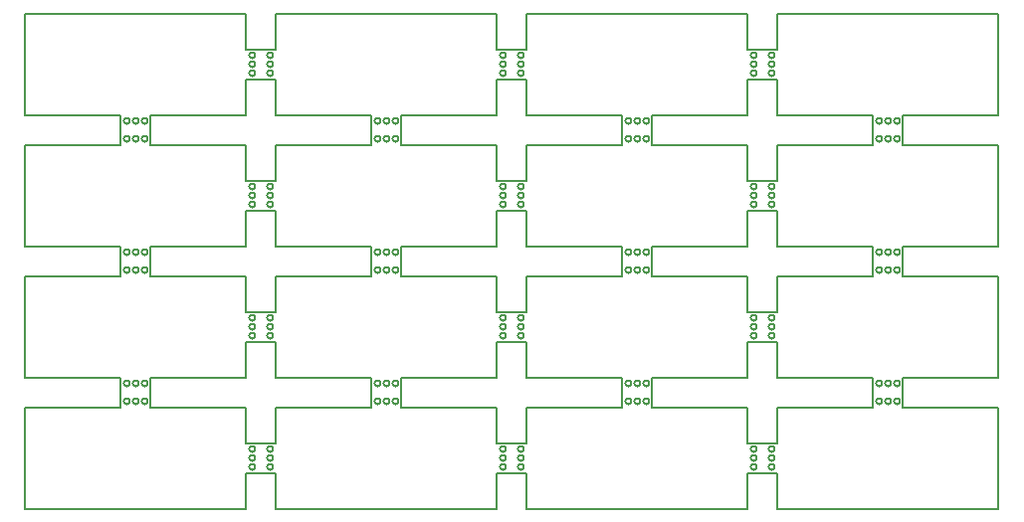
<source format=gm1>
G04 #@! TF.FileFunction,Profile,NP*
%FSLAX46Y46*%
G04 Gerber Fmt 4.6, Leading zero omitted, Abs format (unit mm)*
G04 Created by KiCad (PCBNEW 4.0.5+dfsg1-4) date Wed Oct 11 12:15:40 2017*
%MOMM*%
%LPD*%
G01*
G04 APERTURE LIST*
%ADD10C,0.100000*%
%ADD11C,0.150000*%
G04 APERTURE END LIST*
D10*
D11*
X196977000Y-78740000D02*
X196977000Y-87376000D01*
X196977000Y-89916000D02*
X196977000Y-98552000D01*
X196977000Y-101092000D02*
X196977000Y-109728000D01*
X196977000Y-112268000D02*
X196977000Y-120904000D01*
X132969000Y-120904000D02*
X114173000Y-120904000D01*
X154305000Y-120904000D02*
X135509000Y-120904000D01*
X175641000Y-120904000D02*
X156845000Y-120904000D01*
X196977000Y-120904000D02*
X178181000Y-120904000D01*
X114173000Y-112268000D02*
X114173000Y-120904000D01*
X114173000Y-101092000D02*
X114173000Y-109728000D01*
X114173000Y-89916000D02*
X114173000Y-98552000D01*
X114173000Y-78740000D02*
X114173000Y-87376000D01*
X132969000Y-81788000D02*
X135509000Y-81788000D01*
X133731000Y-82296000D02*
G75*
G03X133731000Y-82296000I-254000J0D01*
G01*
X135255000Y-83058000D02*
G75*
G03X135255000Y-83058000I-254000J0D01*
G01*
X133731000Y-83058000D02*
G75*
G03X133731000Y-83058000I-254000J0D01*
G01*
X132969000Y-81788000D02*
X132969000Y-78740000D01*
X154305000Y-81788000D02*
X154305000Y-78740000D01*
X154305000Y-87376000D02*
X154305000Y-84328000D01*
X146177000Y-87376000D02*
X146177000Y-89916000D01*
X143637000Y-87376000D02*
X143637000Y-89916000D01*
X154305000Y-87376000D02*
X146177000Y-87376000D01*
X156591000Y-82296000D02*
G75*
G03X156591000Y-82296000I-254000J0D01*
G01*
X156591000Y-83058000D02*
G75*
G03X156591000Y-83058000I-254000J0D01*
G01*
X155067000Y-83820000D02*
G75*
G03X155067000Y-83820000I-254000J0D01*
G01*
X154305000Y-84328000D02*
X156845000Y-84328000D01*
X156591000Y-83820000D02*
G75*
G03X156591000Y-83820000I-254000J0D01*
G01*
X155067000Y-83058000D02*
G75*
G03X155067000Y-83058000I-254000J0D01*
G01*
X155067000Y-82296000D02*
G75*
G03X155067000Y-82296000I-254000J0D01*
G01*
X154305000Y-81788000D02*
X156845000Y-81788000D01*
X135509000Y-81788000D02*
X135509000Y-78740000D01*
X135255000Y-82296000D02*
G75*
G03X135255000Y-82296000I-254000J0D01*
G01*
X154305000Y-78740000D02*
X135509000Y-78740000D01*
X156845000Y-87376000D02*
X156845000Y-84328000D01*
X164973000Y-87376000D02*
X156845000Y-87376000D01*
X165735000Y-87884000D02*
G75*
G03X165735000Y-87884000I-254000J0D01*
G01*
X165735000Y-89408000D02*
G75*
G03X165735000Y-89408000I-254000J0D01*
G01*
X164973000Y-87376000D02*
X164973000Y-89916000D01*
X175641000Y-78740000D02*
X156845000Y-78740000D01*
X156845000Y-81788000D02*
X156845000Y-78740000D01*
X175641000Y-87376000D02*
X175641000Y-84328000D01*
X175641000Y-81788000D02*
X178181000Y-81788000D01*
X175641000Y-81788000D02*
X175641000Y-78740000D01*
X175641000Y-87376000D02*
X167513000Y-87376000D01*
X178181000Y-87376000D02*
X178181000Y-84328000D01*
X178181000Y-81788000D02*
X178181000Y-78740000D01*
X177927000Y-83820000D02*
G75*
G03X177927000Y-83820000I-254000J0D01*
G01*
X176403000Y-83058000D02*
G75*
G03X176403000Y-83058000I-254000J0D01*
G01*
X177927000Y-83058000D02*
G75*
G03X177927000Y-83058000I-254000J0D01*
G01*
X176403000Y-83820000D02*
G75*
G03X176403000Y-83820000I-254000J0D01*
G01*
X175641000Y-84328000D02*
X178181000Y-84328000D01*
X177927000Y-82296000D02*
G75*
G03X177927000Y-82296000I-254000J0D01*
G01*
X176403000Y-82296000D02*
G75*
G03X176403000Y-82296000I-254000J0D01*
G01*
X167259000Y-89408000D02*
G75*
G03X167259000Y-89408000I-254000J0D01*
G01*
X166497000Y-89408000D02*
G75*
G03X166497000Y-89408000I-254000J0D01*
G01*
X167259000Y-87884000D02*
G75*
G03X167259000Y-87884000I-254000J0D01*
G01*
X166497000Y-87884000D02*
G75*
G03X166497000Y-87884000I-254000J0D01*
G01*
X167513000Y-87376000D02*
X167513000Y-89916000D01*
X196977000Y-87376000D02*
X188849000Y-87376000D01*
X196977000Y-98552000D02*
X188849000Y-98552000D01*
X196977000Y-89916000D02*
X188849000Y-89916000D01*
X188595000Y-87884000D02*
G75*
G03X188595000Y-87884000I-254000J0D01*
G01*
X188595000Y-89408000D02*
G75*
G03X188595000Y-89408000I-254000J0D01*
G01*
X187833000Y-87884000D02*
G75*
G03X187833000Y-87884000I-254000J0D01*
G01*
X187833000Y-89408000D02*
G75*
G03X187833000Y-89408000I-254000J0D01*
G01*
X145161000Y-89408000D02*
G75*
G03X145161000Y-89408000I-254000J0D01*
G01*
X145923000Y-89408000D02*
G75*
G03X145923000Y-89408000I-254000J0D01*
G01*
X145923000Y-87884000D02*
G75*
G03X145923000Y-87884000I-254000J0D01*
G01*
X144399000Y-89408000D02*
G75*
G03X144399000Y-89408000I-254000J0D01*
G01*
X145161000Y-87884000D02*
G75*
G03X145161000Y-87884000I-254000J0D01*
G01*
X144399000Y-87884000D02*
G75*
G03X144399000Y-87884000I-254000J0D01*
G01*
X154305000Y-98552000D02*
X154305000Y-95504000D01*
X154305000Y-89916000D02*
X146177000Y-89916000D01*
X154305000Y-98552000D02*
X146177000Y-98552000D01*
X154305000Y-92964000D02*
X154305000Y-89916000D01*
X143637000Y-89916000D02*
X135509000Y-89916000D01*
X135509000Y-92964000D02*
X135509000Y-89916000D01*
X143637000Y-98552000D02*
X135509000Y-98552000D01*
X135509000Y-98552000D02*
X135509000Y-95504000D01*
X156591000Y-93472000D02*
G75*
G03X156591000Y-93472000I-254000J0D01*
G01*
X154305000Y-92964000D02*
X156845000Y-92964000D01*
X155067000Y-93472000D02*
G75*
G03X155067000Y-93472000I-254000J0D01*
G01*
X156591000Y-94234000D02*
G75*
G03X156591000Y-94234000I-254000J0D01*
G01*
X156591000Y-94996000D02*
G75*
G03X156591000Y-94996000I-254000J0D01*
G01*
X154305000Y-95504000D02*
X156845000Y-95504000D01*
X155067000Y-94996000D02*
G75*
G03X155067000Y-94996000I-254000J0D01*
G01*
X155067000Y-94234000D02*
G75*
G03X155067000Y-94234000I-254000J0D01*
G01*
X133731000Y-93472000D02*
G75*
G03X133731000Y-93472000I-254000J0D01*
G01*
X135255000Y-93472000D02*
G75*
G03X135255000Y-93472000I-254000J0D01*
G01*
X133731000Y-94234000D02*
G75*
G03X133731000Y-94234000I-254000J0D01*
G01*
X132969000Y-92964000D02*
X135509000Y-92964000D01*
X135255000Y-94234000D02*
G75*
G03X135255000Y-94234000I-254000J0D01*
G01*
X135255000Y-94996000D02*
G75*
G03X135255000Y-94996000I-254000J0D01*
G01*
X132969000Y-95504000D02*
X135509000Y-95504000D01*
X133731000Y-94996000D02*
G75*
G03X133731000Y-94996000I-254000J0D01*
G01*
X132969000Y-87376000D02*
X124841000Y-87376000D01*
X132969000Y-98552000D02*
X124841000Y-98552000D01*
X132969000Y-98552000D02*
X132969000Y-95504000D01*
X132969000Y-92964000D02*
X132969000Y-89916000D01*
X132969000Y-89916000D02*
X124841000Y-89916000D01*
X164973000Y-98552000D02*
X156845000Y-98552000D01*
X164973000Y-89916000D02*
X156845000Y-89916000D01*
X156845000Y-98552000D02*
X156845000Y-95504000D01*
X156845000Y-92964000D02*
X156845000Y-89916000D01*
X133731000Y-83820000D02*
G75*
G03X133731000Y-83820000I-254000J0D01*
G01*
X132969000Y-84328000D02*
X135509000Y-84328000D01*
X135509000Y-87376000D02*
X135509000Y-84328000D01*
X143637000Y-87376000D02*
X135509000Y-87376000D01*
X132969000Y-87376000D02*
X132969000Y-84328000D01*
X135255000Y-83820000D02*
G75*
G03X135255000Y-83820000I-254000J0D01*
G01*
X196977000Y-78740000D02*
X178181000Y-78740000D01*
X123825000Y-89408000D02*
G75*
G03X123825000Y-89408000I-254000J0D01*
G01*
X123063000Y-89408000D02*
G75*
G03X123063000Y-89408000I-254000J0D01*
G01*
X124587000Y-89408000D02*
G75*
G03X124587000Y-89408000I-254000J0D01*
G01*
X123063000Y-87884000D02*
G75*
G03X123063000Y-87884000I-254000J0D01*
G01*
X124587000Y-87884000D02*
G75*
G03X124587000Y-87884000I-254000J0D01*
G01*
X123825000Y-87884000D02*
G75*
G03X123825000Y-87884000I-254000J0D01*
G01*
X124841000Y-87376000D02*
X124841000Y-89916000D01*
X122301000Y-87376000D02*
X122301000Y-89916000D01*
X132969000Y-78740000D02*
X114173000Y-78740000D01*
X122301000Y-87376000D02*
X114173000Y-87376000D01*
X122301000Y-98552000D02*
X114173000Y-98552000D01*
X122301000Y-89916000D02*
X114173000Y-89916000D01*
X178181000Y-98552000D02*
X178181000Y-95504000D01*
X175641000Y-98552000D02*
X175641000Y-95504000D01*
X175641000Y-98552000D02*
X167513000Y-98552000D01*
X175641000Y-89916000D02*
X167513000Y-89916000D01*
X176403000Y-94996000D02*
G75*
G03X176403000Y-94996000I-254000J0D01*
G01*
X176403000Y-93472000D02*
G75*
G03X176403000Y-93472000I-254000J0D01*
G01*
X176403000Y-94234000D02*
G75*
G03X176403000Y-94234000I-254000J0D01*
G01*
X186309000Y-87376000D02*
X186309000Y-89916000D01*
X187071000Y-89408000D02*
G75*
G03X187071000Y-89408000I-254000J0D01*
G01*
X188849000Y-87376000D02*
X188849000Y-89916000D01*
X187071000Y-87884000D02*
G75*
G03X187071000Y-87884000I-254000J0D01*
G01*
X186309000Y-87376000D02*
X178181000Y-87376000D01*
X186309000Y-89916000D02*
X178181000Y-89916000D01*
X186309000Y-98552000D02*
X178181000Y-98552000D01*
X177927000Y-94996000D02*
G75*
G03X177927000Y-94996000I-254000J0D01*
G01*
X177927000Y-94234000D02*
G75*
G03X177927000Y-94234000I-254000J0D01*
G01*
X175641000Y-92964000D02*
X175641000Y-89916000D01*
X178181000Y-92964000D02*
X178181000Y-89916000D01*
X175641000Y-92964000D02*
X178181000Y-92964000D01*
X177927000Y-93472000D02*
G75*
G03X177927000Y-93472000I-254000J0D01*
G01*
X175641000Y-95504000D02*
X178181000Y-95504000D01*
X123825000Y-100584000D02*
G75*
G03X123825000Y-100584000I-254000J0D01*
G01*
X123063000Y-100584000D02*
G75*
G03X123063000Y-100584000I-254000J0D01*
G01*
X123825000Y-99060000D02*
G75*
G03X123825000Y-99060000I-254000J0D01*
G01*
X123063000Y-99060000D02*
G75*
G03X123063000Y-99060000I-254000J0D01*
G01*
X124587000Y-99060000D02*
G75*
G03X124587000Y-99060000I-254000J0D01*
G01*
X124587000Y-100584000D02*
G75*
G03X124587000Y-100584000I-254000J0D01*
G01*
X132969000Y-101092000D02*
X124841000Y-101092000D01*
X132969000Y-109728000D02*
X124841000Y-109728000D01*
X135255000Y-106172000D02*
G75*
G03X135255000Y-106172000I-254000J0D01*
G01*
X132969000Y-109728000D02*
X132969000Y-106680000D01*
X135509000Y-109728000D02*
X135509000Y-106680000D01*
X132969000Y-106680000D02*
X135509000Y-106680000D01*
X133731000Y-106172000D02*
G75*
G03X133731000Y-106172000I-254000J0D01*
G01*
X133731000Y-104648000D02*
G75*
G03X133731000Y-104648000I-254000J0D01*
G01*
X133731000Y-105410000D02*
G75*
G03X133731000Y-105410000I-254000J0D01*
G01*
X135255000Y-105410000D02*
G75*
G03X135255000Y-105410000I-254000J0D01*
G01*
X135255000Y-104648000D02*
G75*
G03X135255000Y-104648000I-254000J0D01*
G01*
X135509000Y-104140000D02*
X135509000Y-101092000D01*
X132969000Y-104140000D02*
X135509000Y-104140000D01*
X132969000Y-104140000D02*
X132969000Y-101092000D01*
X122301000Y-101092000D02*
X114173000Y-101092000D01*
X122301000Y-109728000D02*
X114173000Y-109728000D01*
X122301000Y-98552000D02*
X122301000Y-101092000D01*
X124841000Y-98552000D02*
X124841000Y-101092000D01*
X166497000Y-99060000D02*
G75*
G03X166497000Y-99060000I-254000J0D01*
G01*
X166497000Y-100584000D02*
G75*
G03X166497000Y-100584000I-254000J0D01*
G01*
X167259000Y-99060000D02*
G75*
G03X167259000Y-99060000I-254000J0D01*
G01*
X165735000Y-100584000D02*
G75*
G03X165735000Y-100584000I-254000J0D01*
G01*
X165735000Y-99060000D02*
G75*
G03X165735000Y-99060000I-254000J0D01*
G01*
X167259000Y-100584000D02*
G75*
G03X167259000Y-100584000I-254000J0D01*
G01*
X156845000Y-104140000D02*
X156845000Y-101092000D01*
X164973000Y-109728000D02*
X156845000Y-109728000D01*
X164973000Y-101092000D02*
X156845000Y-101092000D01*
X156845000Y-109728000D02*
X156845000Y-106680000D01*
X154305000Y-109728000D02*
X146177000Y-109728000D01*
X154305000Y-104140000D02*
X154305000Y-101092000D01*
X154305000Y-109728000D02*
X154305000Y-106680000D01*
X145923000Y-100584000D02*
G75*
G03X145923000Y-100584000I-254000J0D01*
G01*
X154305000Y-101092000D02*
X146177000Y-101092000D01*
X143637000Y-109728000D02*
X135509000Y-109728000D01*
X145161000Y-100584000D02*
G75*
G03X145161000Y-100584000I-254000J0D01*
G01*
X145161000Y-99060000D02*
G75*
G03X145161000Y-99060000I-254000J0D01*
G01*
X144399000Y-99060000D02*
G75*
G03X144399000Y-99060000I-254000J0D01*
G01*
X144399000Y-100584000D02*
G75*
G03X144399000Y-100584000I-254000J0D01*
G01*
X143637000Y-101092000D02*
X135509000Y-101092000D01*
X145923000Y-99060000D02*
G75*
G03X145923000Y-99060000I-254000J0D01*
G01*
X177927000Y-106172000D02*
G75*
G03X177927000Y-106172000I-254000J0D01*
G01*
X175641000Y-109728000D02*
X175641000Y-106680000D01*
X178181000Y-109728000D02*
X178181000Y-106680000D01*
X177927000Y-105410000D02*
G75*
G03X177927000Y-105410000I-254000J0D01*
G01*
X176403000Y-106172000D02*
G75*
G03X176403000Y-106172000I-254000J0D01*
G01*
X176403000Y-105410000D02*
G75*
G03X176403000Y-105410000I-254000J0D01*
G01*
X175641000Y-106680000D02*
X178181000Y-106680000D01*
X175641000Y-104140000D02*
X175641000Y-101092000D01*
X175641000Y-109728000D02*
X167513000Y-109728000D01*
X177927000Y-104648000D02*
G75*
G03X177927000Y-104648000I-254000J0D01*
G01*
X175641000Y-104140000D02*
X178181000Y-104140000D01*
X178181000Y-104140000D02*
X178181000Y-101092000D01*
X176403000Y-104648000D02*
G75*
G03X176403000Y-104648000I-254000J0D01*
G01*
X175641000Y-101092000D02*
X167513000Y-101092000D01*
X155067000Y-105410000D02*
G75*
G03X155067000Y-105410000I-254000J0D01*
G01*
X155067000Y-106172000D02*
G75*
G03X155067000Y-106172000I-254000J0D01*
G01*
X156591000Y-104648000D02*
G75*
G03X156591000Y-104648000I-254000J0D01*
G01*
X154305000Y-104140000D02*
X156845000Y-104140000D01*
X154305000Y-106680000D02*
X156845000Y-106680000D01*
X155067000Y-104648000D02*
G75*
G03X155067000Y-104648000I-254000J0D01*
G01*
X156591000Y-105410000D02*
G75*
G03X156591000Y-105410000I-254000J0D01*
G01*
X156591000Y-106172000D02*
G75*
G03X156591000Y-106172000I-254000J0D01*
G01*
X186309000Y-101092000D02*
X178181000Y-101092000D01*
X186309000Y-109728000D02*
X178181000Y-109728000D01*
X187071000Y-100584000D02*
G75*
G03X187071000Y-100584000I-254000J0D01*
G01*
X187833000Y-100584000D02*
G75*
G03X187833000Y-100584000I-254000J0D01*
G01*
X187833000Y-99060000D02*
G75*
G03X187833000Y-99060000I-254000J0D01*
G01*
X188595000Y-100584000D02*
G75*
G03X188595000Y-100584000I-254000J0D01*
G01*
X186309000Y-98552000D02*
X186309000Y-101092000D01*
X188595000Y-99060000D02*
G75*
G03X188595000Y-99060000I-254000J0D01*
G01*
X187071000Y-99060000D02*
G75*
G03X187071000Y-99060000I-254000J0D01*
G01*
X196977000Y-109728000D02*
X188849000Y-109728000D01*
X196977000Y-101092000D02*
X188849000Y-101092000D01*
X188849000Y-98552000D02*
X188849000Y-101092000D01*
X164973000Y-98552000D02*
X164973000Y-101092000D01*
X143637000Y-98552000D02*
X143637000Y-101092000D01*
X167513000Y-98552000D02*
X167513000Y-101092000D01*
X146177000Y-98552000D02*
X146177000Y-101092000D01*
X132969000Y-115316000D02*
X132969000Y-112268000D01*
X132969000Y-115316000D02*
X135509000Y-115316000D01*
X135509000Y-115316000D02*
X135509000Y-112268000D01*
X135255000Y-117348000D02*
G75*
G03X135255000Y-117348000I-254000J0D01*
G01*
X132969000Y-117856000D02*
X135509000Y-117856000D01*
X135255000Y-116586000D02*
G75*
G03X135255000Y-116586000I-254000J0D01*
G01*
X135255000Y-115824000D02*
G75*
G03X135255000Y-115824000I-254000J0D01*
G01*
X132969000Y-112268000D02*
X124841000Y-112268000D01*
X133731000Y-117348000D02*
G75*
G03X133731000Y-117348000I-254000J0D01*
G01*
X133731000Y-115824000D02*
G75*
G03X133731000Y-115824000I-254000J0D01*
G01*
X133731000Y-116586000D02*
G75*
G03X133731000Y-116586000I-254000J0D01*
G01*
X122301000Y-112268000D02*
X114173000Y-112268000D01*
X124587000Y-110236000D02*
G75*
G03X124587000Y-110236000I-254000J0D01*
G01*
X124841000Y-109728000D02*
X124841000Y-112268000D01*
X124587000Y-111760000D02*
G75*
G03X124587000Y-111760000I-254000J0D01*
G01*
X122301000Y-109728000D02*
X122301000Y-112268000D01*
X123825000Y-110236000D02*
G75*
G03X123825000Y-110236000I-254000J0D01*
G01*
X123063000Y-110236000D02*
G75*
G03X123063000Y-110236000I-254000J0D01*
G01*
X123063000Y-111760000D02*
G75*
G03X123063000Y-111760000I-254000J0D01*
G01*
X123825000Y-111760000D02*
G75*
G03X123825000Y-111760000I-254000J0D01*
G01*
X165735000Y-111760000D02*
G75*
G03X165735000Y-111760000I-254000J0D01*
G01*
X166497000Y-111760000D02*
G75*
G03X166497000Y-111760000I-254000J0D01*
G01*
X165735000Y-110236000D02*
G75*
G03X165735000Y-110236000I-254000J0D01*
G01*
X167259000Y-110236000D02*
G75*
G03X167259000Y-110236000I-254000J0D01*
G01*
X166497000Y-110236000D02*
G75*
G03X166497000Y-110236000I-254000J0D01*
G01*
X167259000Y-111760000D02*
G75*
G03X167259000Y-111760000I-254000J0D01*
G01*
X164973000Y-109728000D02*
X164973000Y-112268000D01*
X132969000Y-120904000D02*
X132969000Y-117856000D01*
X135509000Y-120904000D02*
X135509000Y-117856000D01*
X143637000Y-112268000D02*
X135509000Y-112268000D01*
X154305000Y-115316000D02*
X154305000Y-112268000D01*
X154305000Y-112268000D02*
X146177000Y-112268000D01*
X155067000Y-117348000D02*
G75*
G03X155067000Y-117348000I-254000J0D01*
G01*
X143637000Y-109728000D02*
X143637000Y-112268000D01*
X146177000Y-109728000D02*
X146177000Y-112268000D01*
X144399000Y-111760000D02*
G75*
G03X144399000Y-111760000I-254000J0D01*
G01*
X144399000Y-110236000D02*
G75*
G03X144399000Y-110236000I-254000J0D01*
G01*
X145161000Y-110236000D02*
G75*
G03X145161000Y-110236000I-254000J0D01*
G01*
X145161000Y-111760000D02*
G75*
G03X145161000Y-111760000I-254000J0D01*
G01*
X145923000Y-111760000D02*
G75*
G03X145923000Y-111760000I-254000J0D01*
G01*
X145923000Y-110236000D02*
G75*
G03X145923000Y-110236000I-254000J0D01*
G01*
X164973000Y-112268000D02*
X156845000Y-112268000D01*
X156845000Y-120904000D02*
X156845000Y-117856000D01*
X154305000Y-117856000D02*
X156845000Y-117856000D01*
X156591000Y-117348000D02*
G75*
G03X156591000Y-117348000I-254000J0D01*
G01*
X156845000Y-115316000D02*
X156845000Y-112268000D01*
X154305000Y-120904000D02*
X154305000Y-117856000D01*
X156591000Y-115824000D02*
G75*
G03X156591000Y-115824000I-254000J0D01*
G01*
X155067000Y-115824000D02*
G75*
G03X155067000Y-115824000I-254000J0D01*
G01*
X156591000Y-116586000D02*
G75*
G03X156591000Y-116586000I-254000J0D01*
G01*
X154305000Y-115316000D02*
X156845000Y-115316000D01*
X155067000Y-116586000D02*
G75*
G03X155067000Y-116586000I-254000J0D01*
G01*
X175641000Y-115316000D02*
X175641000Y-112268000D01*
X167513000Y-109728000D02*
X167513000Y-112268000D01*
X176403000Y-115824000D02*
G75*
G03X176403000Y-115824000I-254000J0D01*
G01*
X177927000Y-115824000D02*
G75*
G03X177927000Y-115824000I-254000J0D01*
G01*
X175641000Y-112268000D02*
X167513000Y-112268000D01*
X175641000Y-115316000D02*
X178181000Y-115316000D01*
X178181000Y-115316000D02*
X178181000Y-112268000D01*
X187071000Y-111760000D02*
G75*
G03X187071000Y-111760000I-254000J0D01*
G01*
X187833000Y-111760000D02*
G75*
G03X187833000Y-111760000I-254000J0D01*
G01*
X186309000Y-109728000D02*
X186309000Y-112268000D01*
X188849000Y-109728000D02*
X188849000Y-112268000D01*
X188595000Y-111760000D02*
G75*
G03X188595000Y-111760000I-254000J0D01*
G01*
X188595000Y-110236000D02*
G75*
G03X188595000Y-110236000I-254000J0D01*
G01*
X196977000Y-112268000D02*
X188849000Y-112268000D01*
X177927000Y-117348000D02*
G75*
G03X177927000Y-117348000I-254000J0D01*
G01*
X177927000Y-116586000D02*
G75*
G03X177927000Y-116586000I-254000J0D01*
G01*
X176403000Y-117348000D02*
G75*
G03X176403000Y-117348000I-254000J0D01*
G01*
X176403000Y-116586000D02*
G75*
G03X176403000Y-116586000I-254000J0D01*
G01*
X175641000Y-117856000D02*
X178181000Y-117856000D01*
X175641000Y-120904000D02*
X175641000Y-117856000D01*
X178181000Y-120904000D02*
X178181000Y-117856000D01*
X186309000Y-112268000D02*
X178181000Y-112268000D01*
X187833000Y-110236000D02*
G75*
G03X187833000Y-110236000I-254000J0D01*
G01*
X187071000Y-110236000D02*
G75*
G03X187071000Y-110236000I-254000J0D01*
G01*
M02*

</source>
